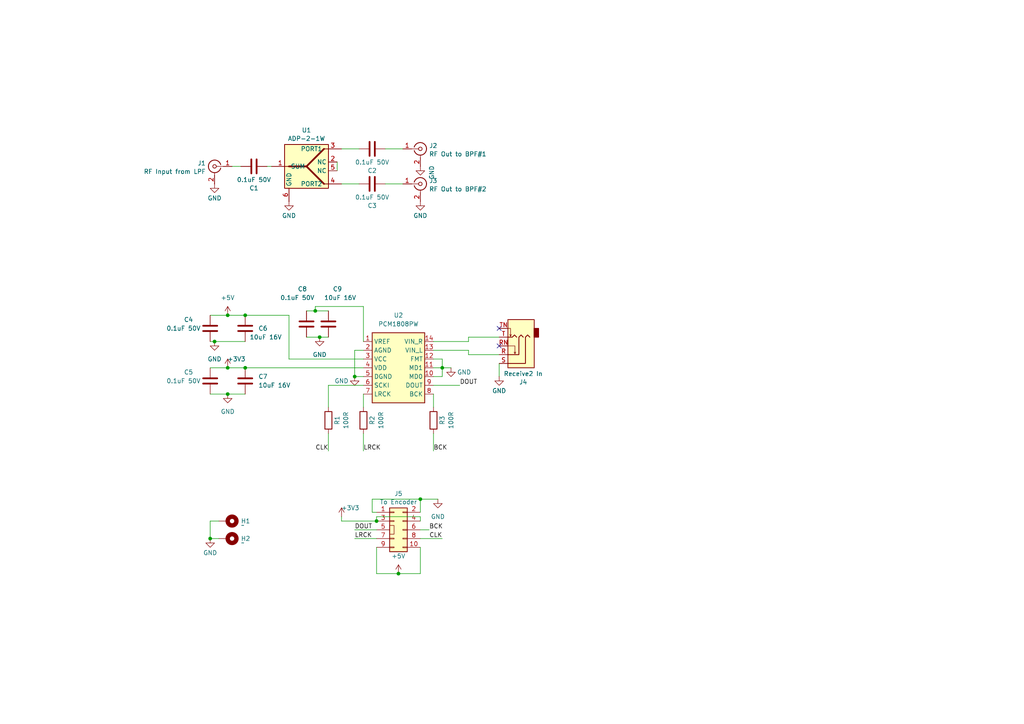
<source format=kicad_sch>
(kicad_sch (version 20231120) (generator "eeschema") (generator_version "8.0")
  (paper "A4")
  (title_block (title "T41 Second Receiver Adapter Board") (date "2024-04-14") (rev "V012.6") (comment 1 "       Board layout by Oliver King-KI3P") (comment 2 "By Al Peter-AD8GY, updated by WJ Schmidt-K9HZ"))
  (lib_symbols
    (symbol "Connector:Conn_Coaxial" (pin_names (offset 1.016) hide)
      (property "Reference" "J" (at 0.254 3.048 0))
      (property "Value" "Conn_Coaxial" (at 2.921 0 90))
      (symbol "Conn_Coaxial_0_1"
        (arc (start -1.778 -0.508) (mid 0.2311 -1.8066) (end 1.778 0) (stroke (width 0.254)))
        (polyline (pts (xy -2.54 0) (xy -0.508 0)))
        (polyline (pts (xy 0 -2.54) (xy 0 -1.778)))
        (circle (center 0 0) (radius 0.508) (stroke (width 0.2032)))
        (arc (start 1.778 0) (mid 0.2099 1.8101) (end -1.778 0.508) (stroke (width 0.254)))
      )
      (symbol "Conn_Coaxial_1_1"
        (pin passive line (at -5.08 0 0) (length 2.54) (name "In") (number "1"))
        (pin passive line (at 0 -5.08 90) (length 2.54) (name "Ext") (number "2"))
      )
    )
    (symbol "Connector_Audio:AudioJack3_SwitchTR"
      (property "Reference" "J" (at 0 8.89 0))
      (property "Value" "AudioJack3_SwitchTR" (at 0 6.35 0))
      (symbol "AudioJack3_SwitchTR_0_1"
        (rectangle (start -5.08 -5.08) (end -6.35 -7.62) (stroke (width 0.254)) (fill (type outline)))
        (polyline (pts (xy 0.508 -0.254) (xy 0.762 -0.762)))
        (polyline (pts (xy 1.778 -5.334) (xy 2.032 -5.842)))
        (polyline (pts (xy 0 -5.08) (xy 0.635 -5.715) (xy 1.27 -5.08) (xy 2.54 -5.08)) (stroke (width 0.254)))
        (polyline (pts (xy 2.54 -7.62) (xy 1.778 -7.62) (xy 1.778 -5.334) (xy 1.524 -5.842)))
        (polyline (pts (xy 2.54 -2.54) (xy 0.508 -2.54) (xy 0.508 -0.254) (xy 0.254 -0.762)))
        (polyline (pts (xy -1.905 -5.08) (xy -1.27 -5.715) (xy -0.635 -5.08) (xy -0.635 0) (xy 2.54 0)) (stroke (width 0.254)))
        (polyline (pts (xy 2.54 2.54) (xy -2.54 2.54) (xy -2.54 -5.08) (xy -3.175 -5.715) (xy -3.81 -5.08)) (stroke (width 0.254)))
        (rectangle (start 2.54 3.81) (end -5.08 -10.16) (stroke (width 0.254)) (fill (type background)))
      )
      (symbol "AudioJack3_SwitchTR_1_1"
        (pin passive line (at 5.08 0 180) (length 2.54) (name "~") (number "R"))
        (pin passive line (at 5.08 -2.54 180) (length 2.54) (name "~") (number "RN"))
        (pin passive line (at 5.08 2.54 180) (length 2.54) (name "~") (number "S"))
        (pin passive line (at 5.08 -5.08 180) (length 2.54) (name "~") (number "T"))
        (pin passive line (at 5.08 -7.62 180) (length 2.54) (name "~") (number "TN"))
      )
    )
    (symbol "Device:C" (pin_numbers hide) (pin_names (offset 0.254))
      (property "Reference" "C" (at 0.635 2.54 0))
      (property "Value" "C" (at 0.635 -2.54 0))
      (symbol "C_0_1"
        (polyline (pts (xy -2.032 -0.762) (xy 2.032 -0.762)) (stroke (width 0.508)))
        (polyline (pts (xy -2.032 0.762) (xy 2.032 0.762)) (stroke (width 0.508)))
      )
      (symbol "C_1_1"
        (pin passive line (at 0 3.81 270) (length 2.794) (name "~") (number "1"))
        (pin passive line (at 0 -3.81 90) (length 2.794) (name "~") (number "2"))
      )
    )
    (symbol "Device:R" (pin_numbers hide) (pin_names (offset 0))
      (property "Reference" "R" (at 2.032 0 90))
      (property "Value" "R" (at 0 0 90))
      (symbol "R_0_1"
        (rectangle (start -1.016 -2.54) (end 1.016 2.54) (stroke (width 0.254)))
      )
      (symbol "R_1_1"
        (pin passive line (at 0 3.81 270) (length 1.27) (name "~") (number "1"))
        (pin passive line (at 0 -3.81 90) (length 1.27) (name "~") (number "2"))
      )
    )
    (symbol "Mechanical:MountingHole_Pad" (pin_numbers hide) (pin_names (offset 1.016) hide)
      (property "Reference" "H" (at 0 6.35 0))
      (property "Value" "MountingHole_Pad" (at 0 4.445 0))
      (symbol "MountingHole_Pad_0_1"
        (circle (center 0 1.27) (radius 1.27) (stroke (width 1.27)))
      )
      (symbol "MountingHole_Pad_1_1"
        (pin input line (at 0 -2.54 90) (length 2.54) (name "1") (number "1"))
      )
    )
    (symbol "RF:ADP-2-1W"
      (property "Reference" "U1" (at 0 10.4945 0))
      (property "Value" "ADP-2-1W" (at 0 8.0702 0))
      (symbol "ADP-2-1W_0_1"
        (rectangle (start -6.35 6.35) (end 6.35 -6.35) (stroke (width 0.254)) (fill (type background)))
        (polyline (pts (xy 0 0) (xy 5.08 -5.08)) (stroke (width 0.508)))
        (polyline (pts (xy -5.08 0) (xy 0 0) (xy 5.08 5.08)) (stroke (width 0.508)))
      )
      (symbol "ADP-2-1W_1_1"
        (pin passive line (at -10.16 0 0) (length 5.08) (name "SUM") (number "1"))
        (pin passive line (at 8.89 1.27 180) (length 2.54) (name "NC") (number "2"))
        (pin passive line (at 10.16 5.08 180) (length 5.08) (name "PORT1") (number "3"))
        (pin passive line (at 10.16 -5.08 180) (length 5.08) (name "PORT2") (number "4"))
        (pin passive line (at 8.89 -1.27 180) (length 2.54) (name "NC") (number "5"))
        (pin passive line (at -5.08 -10.16 90) (length 3.81) (name "GND") (number "6"))
      )
    )
    (symbol "T41:PCM1808PW"
      (property "Reference" "U" (at 0 13.97 0))
      (property "Value" "PCM1808PW" (at 0 11.43 0))
      (symbol "PCM1808PW_0_1"
        (rectangle (start -7.62 10.16) (end 7.62 -10.16) (stroke (width 0.254)) (fill (type background)))
      )
      (symbol "PCM1808PW_1_1"
        (pin input line (at -10.16 7.62 0) (length 2.54) (name "VREF") (number "1"))
        (pin input line (at 10.16 -2.54 180) (length 2.54) (name "MD0") (number "10"))
        (pin input line (at 10.16 0 180) (length 2.54) (name "MD1") (number "11"))
        (pin input line (at 10.16 2.54 180) (length 2.54) (name "FMT") (number "12"))
        (pin input line (at 10.16 5.08 180) (length 2.54) (name "VIN_L") (number "13"))
        (pin input line (at 10.16 7.62 180) (length 2.54) (name "VIN_R") (number "14"))
        (pin power_in line (at -10.16 5.08 0) (length 2.54) (name "AGND") (number "2"))
        (pin power_in line (at -10.16 2.54 0) (length 2.54) (name "VCC") (number "3"))
        (pin power_in line (at -10.16 0 0) (length 2.54) (name "VDD") (number "4"))
        (pin power_in line (at -10.16 -2.54 0) (length 2.54) (name "DGND") (number "5"))
        (pin input line (at -10.16 -5.08 0) (length 2.54) (name "SCKI") (number "6"))
        (pin bidirectional line (at -10.16 -7.62 0) (length 2.54) (name "LRCK") (number "7"))
        (pin bidirectional line (at 10.16 -7.62 180) (length 2.54) (name "BCK") (number "8"))
        (pin output line (at 10.16 -5.08 180) (length 2.54) (name "DOUT") (number "9"))
      )
    )
    (symbol "T41_Library:IDC_2x5" (pin_names (offset 1.016) hide)
      (property "Reference" "J" (at 1.27 7.62 0))
      (property "Value" "IDC_2x5" (at 1.27 -7.62 0))
      (symbol "IDC_2x5_1_1"
        (rectangle (start -1.27 -4.953) (end 0 -5.207) (stroke (width 0.1524)))
        (rectangle (start -1.27 -2.413) (end 0 -2.667) (stroke (width 0.1524)))
        (rectangle (start -1.27 1.27) (end 0 -1.27) (stroke (width 0.1524)))
        (rectangle (start -1.27 2.667) (end 0 2.413) (stroke (width 0.1524)))
        (rectangle (start -1.27 5.207) (end 0 4.953) (stroke (width 0.1524)))
        (rectangle (start -1.27 6.35) (end 3.81 -6.35) (stroke (width 0.254)) (fill (type background)))
        (rectangle (start 3.81 -4.953) (end 2.54 -5.207) (stroke (width 0.1524)))
        (rectangle (start 3.81 -2.413) (end 2.54 -2.667) (stroke (width 0.1524)))
        (rectangle (start 3.81 0.127) (end 2.54 -0.127) (stroke (width 0.1524)))
        (rectangle (start 3.81 2.667) (end 2.54 2.413) (stroke (width 0.1524)))
        (rectangle (start 3.81 5.207) (end 2.54 4.953) (stroke (width 0.1524)))
        (pin passive line (at -5.08 5.08 0) (length 3.81) (name "Pin_1") (number "1"))
        (pin passive line (at 7.62 -5.08 180) (length 3.81) (name "Pin_10") (number "10"))
        (pin passive line (at 7.62 5.08 180) (length 3.81) (name "Pin_2") (number "2"))
        (pin passive line (at -5.08 2.54 0) (length 3.81) (name "Pin_3") (number "3"))
        (pin passive line (at 7.62 2.54 180) (length 3.81) (name "Pin_4") (number "4"))
        (pin passive line (at -5.08 0 0) (length 3.81) (name "Pin_5") (number "5"))
        (pin passive line (at 7.62 0 180) (length 3.81) (name "Pin_6") (number "6"))
        (pin passive line (at -5.08 -2.54 0) (length 3.81) (name "Pin_7") (number "7"))
        (pin passive line (at 7.62 -2.54 180) (length 3.81) (name "Pin_8") (number "8"))
        (pin passive line (at -5.08 -5.08 0) (length 3.81) (name "Pin_9") (number "9"))
      )
    )
    (symbol "power:+3V3" (power) (pin_names (offset 0))
      (property "Value" "+3V3" (at 0 3.556 0))
      (symbol "+3V3_0_1"
        (polyline (pts (xy -0.762 1.27) (xy 0 2.54)))
        (polyline (pts (xy 0 0) (xy 0 2.54)))
        (polyline (pts (xy 0 2.54) (xy 0.762 1.27)))
      )
      (symbol "+3V3_1_1"
        (pin power_in line (at 0 0 90) (length 0) hide (name "+3V3") (number "1"))
      )
    )
    (symbol "power:+5V" (power) (pin_names (offset 0))
      (property "Value" "+5V" (at 0 3.556 0))
      (symbol "+5V_0_1"
        (polyline (pts (xy -0.762 1.27) (xy 0 2.54)))
        (polyline (pts (xy 0 0) (xy 0 2.54)))
        (polyline (pts (xy 0 2.54) (xy 0.762 1.27)))
      )
      (symbol "+5V_1_1"
        (pin power_in line (at 0 0 90) (length 0) hide (name "+5V") (number "1"))
      )
    )
    (symbol "power:GND" (power) (pin_numbers hide) (pin_names (offset 0) hide)
      (property "Value" "GND" (at 0 -3.81 0))
      (symbol "GND_0_1"
        (polyline (pts (xy 0 0) (xy 0 -1.27) (xy 1.27 -1.27) (xy 0 -2.54) (xy -1.27 -1.27) (xy 0 -1.27)))
      )
      (symbol "GND_1_1"
        (pin power_in line (at 0 0 270) (length 0) (name "~") (number "1"))
      )
    )
  )
  (junction (at 121.92 144.78))
  (junction (at 71.12 106.68))
  (junction (at 115.57 166.37))
  (junction (at 128.27 106.68))
  (junction (at 60.96 156.21))
  (junction (at 91.44 90.17))
  (junction (at 66.04 114.3))
  (junction (at 102.87 109.22))
  (junction (at 71.12 91.44))
  (junction (at 66.04 106.68))
  (junction (at 62.23 99.06))
  (junction (at 109.22 151.13))
  (junction (at 66.04 91.44))
  (junction (at 92.71 97.79))
  (no_connect (at 144.78 100.33))
  (no_connect (at 144.78 95.25))
  (wire (pts (xy 121.92 144.78) (xy 127 144.78)))
  (wire (pts (xy 102.87 101.6) (xy 102.87 109.22)))
  (wire (pts (xy 125.73 125.73) (xy 125.73 130.81)))
  (wire (pts (xy 135.89 102.87) (xy 135.89 101.6)))
  (wire (pts (xy 107.95 144.78) (xy 121.92 144.78)))
  (wire (pts (xy 60.96 156.21) (xy 63.5 156.21)))
  (wire (pts (xy 60.96 114.3) (xy 66.04 114.3)))
  (wire (pts (xy 60.96 106.68) (xy 66.04 106.68)))
  (wire (pts (xy 124.46 153.67) (xy 121.92 153.67)))
  (wire (pts (xy 105.41 114.3) (xy 105.41 118.11)))
  (wire (pts (xy 91.44 90.17) (xy 95.25 90.17)))
  (wire (pts (xy 135.89 97.79) (xy 144.78 97.79)))
  (wire (pts (xy 95.25 111.76) (xy 105.41 111.76)))
  (wire (pts (xy 111.76 43.18) (xy 116.84 43.18)))
  (wire (pts (xy 111.76 53.34) (xy 116.84 53.34)))
  (wire (pts (xy 125.73 104.14) (xy 128.27 104.14)))
  (wire (pts (xy 66.04 91.44) (xy 71.12 91.44)))
  (wire (pts (xy 102.87 156.21) (xy 109.22 156.21)))
  (wire (pts (xy 71.12 91.44) (xy 83.82 91.44)))
  (wire (pts (xy 60.96 99.06) (xy 62.23 99.06)))
  (wire (pts (xy 105.41 99.06) (xy 105.41 88.9)))
  (wire (pts (xy 95.25 130.81) (xy 95.25 125.73)))
  (wire (pts (xy 109.22 166.37) (xy 115.57 166.37)))
  (wire (pts (xy 66.04 114.3) (xy 71.12 114.3)))
  (wire (pts (xy 121.92 158.75) (xy 121.92 166.37)))
  (wire (pts (xy 92.71 97.79) (xy 95.25 97.79)))
  (wire (pts (xy 60.96 91.44) (xy 66.04 91.44)))
  (wire (pts (xy 109.22 158.75) (xy 109.22 166.37)))
  (wire (pts (xy 125.73 101.6) (xy 135.89 101.6)))
  (wire (pts (xy 99.06 43.18) (xy 104.14 43.18)))
  (wire (pts (xy 121.92 151.13) (xy 121.92 149.86)))
  (wire (pts (xy 135.89 99.06) (xy 125.73 99.06)))
  (wire (pts (xy 71.12 106.68) (xy 105.41 106.68)))
  (wire (pts (xy 109.22 149.86) (xy 109.22 151.13)))
  (wire (pts (xy 102.87 109.22) (xy 105.41 109.22)))
  (wire (pts (xy 83.82 91.44) (xy 83.82 104.14)))
  (wire (pts (xy 97.79 46.99) (xy 97.79 49.53)))
  (wire (pts (xy 125.73 111.76) (xy 133.35 111.76)))
  (wire (pts (xy 107.95 148.59) (xy 107.95 144.78)))
  (wire (pts (xy 88.9 90.17) (xy 91.44 90.17)))
  (wire (pts (xy 99.06 53.34) (xy 104.14 53.34)))
  (wire (pts (xy 62.23 99.06) (xy 71.12 99.06)))
  (wire (pts (xy 128.27 109.22) (xy 125.73 109.22)))
  (wire (pts (xy 135.89 97.79) (xy 135.89 99.06)))
  (wire (pts (xy 60.96 151.13) (xy 63.5 151.13)))
  (wire (pts (xy 121.92 144.78) (xy 121.92 148.59)))
  (wire (pts (xy 60.96 151.13) (xy 60.96 156.21)))
  (wire (pts (xy 88.9 97.79) (xy 92.71 97.79)))
  (wire (pts (xy 105.41 125.73) (xy 105.41 130.81)))
  (wire (pts (xy 125.73 114.3) (xy 125.73 118.11)))
  (wire (pts (xy 66.04 106.68) (xy 71.12 106.68)))
  (wire (pts (xy 67.31 48.26) (xy 69.85 48.26)))
  (wire (pts (xy 121.92 166.37) (xy 115.57 166.37)))
  (wire (pts (xy 99.06 149.86) (xy 99.06 151.13)))
  (wire (pts (xy 109.22 148.59) (xy 107.95 148.59)))
  (wire (pts (xy 102.87 153.67) (xy 109.22 153.67)))
  (wire (pts (xy 99.06 151.13) (xy 109.22 151.13)))
  (wire (pts (xy 95.25 118.11) (xy 95.25 111.76)))
  (wire (pts (xy 128.27 106.68) (xy 128.27 109.22)))
  (wire (pts (xy 128.27 106.68) (xy 130.81 106.68)))
  (wire (pts (xy 77.47 48.26) (xy 78.74 48.26)))
  (wire (pts (xy 144.78 105.41) (xy 144.78 109.22)))
  (wire (pts (xy 83.82 104.14) (xy 105.41 104.14)))
  (wire (pts (xy 128.27 156.21) (xy 121.92 156.21)))
  (wire (pts (xy 102.87 101.6) (xy 105.41 101.6)))
  (wire (pts (xy 135.89 102.87) (xy 144.78 102.87)))
  (wire (pts (xy 125.73 106.68) (xy 128.27 106.68)))
  (wire (pts (xy 105.41 88.9) (xy 91.44 88.9)))
  (wire (pts (xy 121.92 149.86) (xy 109.22 149.86)))
  (wire (pts (xy 128.27 104.14) (xy 128.27 106.68)))
  (wire (pts (xy 91.44 88.9) (xy 91.44 90.17)))
  (label "BCK" (at 125.73 130.81 0))
  (label "LRCK" (at 102.87 156.21 0))
  (label "CLK" (at 128.27 156.21 180))
  (label "BCK" (at 124.46 153.67 0))
  (label "LRCK" (at 105.41 130.81 0))
  (label "CLK" (at 95.25 130.81 180))
  (label "DOUT" (at 133.35 111.76 0))
  (label "DOUT" (at 102.87 153.67 0))
  (symbol (lib_id "Device:R") (at 125.73 121.92 180) (unit 1)
    (property "Reference" "R3" (at 128.27 121.92 90))
    (property "Value" "100R" (at 130.81 121.92 90))
    (property "Footprint" "Resistor_SMD:R_1206_3216Metric" (effects (hide yes)))
    (property "Mouser" "652-CR1206FX-1000ELF" (effects (hide yes)))
  )
  (symbol (lib_id "Device:C") (at 71.12 110.49 0) (unit 1)
    (property "Reference" "C7" (at 74.93 109.22 0) (effects (justify left)))
    (property "Value" "10uF 16V" (at 74.93 111.76 0) (effects (justify left)))
    (property "Footprint" "Capacitor_SMD:C_1206_3216Metric" (effects (hide yes)))
    (property "Mouser" "80-C1206C106K4P" (effects (hide yes)))
  )
  (symbol (lib_id "Device:C") (at 107.95 53.34 90) (mirror x) (unit 1)
    (property "Reference" "C3" (at 107.95 59.6433 90))
    (property "Value" "0.1uF 50V" (at 107.95 57.2191 90))
    (property "Footprint" "Capacitor_SMD:C_1206_3216Metric" (effects (hide yes)))
  )
  (symbol (lib_id "Connector:Conn_Coaxial") (at 121.92 53.34 0) (unit 1)
    (property "Reference" "J3" (at 124.4601 52.4211 0) (effects (justify left)))
    (property "Value" "RF Out to BPF#2" (at 124.4601 54.8453 0) (effects (justify left)))
    (property "Footprint" "Connector_Coaxial:SMA_Amphenol_901-144_Vertical" (effects (hide yes)))
    (property "Datasheet" " ~" (effects (hide yes)))
    (property "Mouser Part Number" "712-CONSMA001-G" (effects (hide yes)))
  )
  (symbol (lib_id "power:GND") (at 83.82 58.42 0) (unit 1)
    (property "Reference" "#PWR02" (effects (hide yes)))
    (property "Value" "GND" (at 83.82 62.5531 0))
    (property "Description" "Power symbol creates a global label with name \"GND\" , ground" (effects (hide yes)))
  )
  (symbol (lib_id "power:+3V3") (at 99.06 149.86 0) (unit 1)
    (property "Reference" "#PWR014" (effects (hide yes)))
    (property "Value" "+3V3" (at 101.6 147.32 0))
  )
  (symbol (lib_id "power:GND") (at 62.23 53.34 0) (unit 1)
    (property "Reference" "#PWR01" (effects (hide yes)))
    (property "Value" "GND" (at 62.23 57.4731 0))
    (property "Description" "Power symbol creates a global label with name \"GND\" , ground" (effects (hide yes)))
  )
  (symbol (lib_id "power:GND") (at 144.78 109.22 0) (unit 1)
    (property "Reference" "#PWR012" (effects (hide yes)))
    (property "Value" "GND" (at 144.78 113.3531 0))
    (property "Description" "Power symbol creates a global label with name \"GND\" , ground" (effects (hide yes)))
  )
  (symbol (lib_id "power:GND") (at 102.87 109.22 0) (unit 1)
    (property "Reference" "#PWR010" (effects (hide yes)))
    (property "Value" "GND" (at 99.06 110.49 0))
  )
  (symbol (lib_id "Connector:Conn_Coaxial") (at 62.23 48.26 0) (mirror y) (unit 1)
    (property "Reference" "J1" (at 59.6899 47.3411 0) (effects (justify left)))
    (property "Value" "RF Input from LPF" (at 59.6899 49.7653 0) (effects (justify left)))
    (property "Footprint" "Connector_Coaxial:SMA_Amphenol_901-144_Vertical" (effects (hide yes)))
    (property "Datasheet" " ~" (effects (hide yes)))
    (property "Mouser Part Number" "712-CONSMA001-G" (effects (hide yes)))
  )
  (symbol (lib_id "T41:PCM1808PW") (at 115.57 106.68 0) (unit 1)
    (property "Reference" "U2" (at 115.57 91.44 0))
    (property "Value" "PCM1808PW" (at 115.57 93.98 0))
    (property "Footprint" "Package_SO:TSSOP-14_4.4x5mm_P0.65mm" (effects (hide yes)))
    (property "Datasheet" "https://www.ti.com/lit/ds/symlink/pcm1808.pdf" (effects (hide yes)))
    (property "Mouser" "595-PCM1808PW" (effects (hide yes)))
  )
  (symbol (lib_id "power:GND") (at 121.92 48.26 0) (unit 1)
    (property "Reference" "#PWR04" (effects (hide yes)))
    (property "Value" "GND" (at 125.222 50.038 90))
    (property "Description" "Power symbol creates a global label with name \"GND\" , ground" (effects (hide yes)))
  )
  (symbol (lib_id "power:GND") (at 130.81 106.68 0) (unit 1)
    (property "Reference" "#PWR011" (effects (hide yes)))
    (property "Value" "GND" (at 134.62 107.95 0))
  )
  (symbol (lib_id "T41_Library:IDC_2x5") (at 114.3 153.67 0) (unit 1)
    (property "Reference" "J5" (at 115.57 143.1755 0))
    (property "Value" "To Encoder" (at 115.57 145.5998 0))
    (property "Footprint" "Connector_IDC:IDC-Header_2x05_P2.54mm_Vertical" (effects (hide yes)))
  )
  (symbol (lib_id "Device:C") (at 71.12 95.25 0) (unit 1)
    (property "Reference" "C6" (at 74.93 95.25 0) (effects (justify left)))
    (property "Value" "10uF 16V" (at 72.39 97.79 0) (effects (justify left)))
    (property "Footprint" "Capacitor_SMD:C_1206_3216Metric" (effects (hide yes)))
    (property "Mouser" "80-C1206C106K4P" (effects (hide yes)))
  )
  (symbol (lib_id "Device:C") (at 73.66 48.26 90) (mirror x) (unit 1)
    (property "Reference" "C1" (at 73.66 54.5633 90))
    (property "Value" "0.1uF 50V" (at 73.66 52.1391 90))
    (property "Footprint" "Capacitor_SMD:C_1206_3216Metric" (effects (hide yes)))
  )
  (symbol (lib_id "Connector_Audio:AudioJack3_SwitchTR") (at 149.86 102.87 180) (unit 1)
    (property "Reference" "J4" (at 151.765 110.8243 0))
    (property "Value" "Receive2 In" (at 151.765 108.4001 0))
    (property "Footprint" "T41_Library:Jack_3.5mm_STX-3081_Horizontal" (effects (hide yes)))
  )
  (symbol (lib_id "Device:C") (at 60.96 95.25 0) (unit 1)
    (property "Reference" "C4" (at 53.34 92.71 0) (effects (justify left)))
    (property "Value" "0.1uF 50V" (at 48.26 95.25 0) (effects (justify left)))
    (property "Footprint" "Capacitor_SMD:C_1206_3216Metric" (effects (hide yes)))
    (property "Mouser" "C1206C104K5RACTU" (effects (hide yes)))
  )
  (symbol (lib_id "Connector:Conn_Coaxial") (at 121.92 43.18 0) (unit 1)
    (property "Reference" "J2" (at 124.4601 42.2611 0) (effects (justify left)))
    (property "Value" "RF Out to BPF#1" (at 124.4601 44.6853 0) (effects (justify left)))
    (property "Footprint" "Connector_Coaxial:SMA_Amphenol_901-144_Vertical" (effects (hide yes)))
    (property "Datasheet" " ~" (effects (hide yes)))
    (property "Mouser Part Number" "712-CONSMA001-G" (effects (hide yes)))
  )
  (symbol (lib_id "Device:C") (at 107.95 43.18 90) (mirror x) (unit 1)
    (property "Reference" "C2" (at 107.95 49.4833 90))
    (property "Value" "0.1uF 50V" (at 107.95 47.0591 90))
    (property "Footprint" "Capacitor_SMD:C_1206_3216Metric" (effects (hide yes)))
  )
  (symbol (lib_id "Device:R") (at 95.25 121.92 180) (unit 1)
    (property "Reference" "R1" (at 97.79 121.92 90))
    (property "Value" "100R" (at 100.33 121.92 90))
    (property "Footprint" "Resistor_SMD:R_1206_3216Metric" (effects (hide yes)))
    (property "Mouser" "652-CR1206FX-1000ELF" (effects (hide yes)))
  )
  (symbol (lib_id "power:GND") (at 92.71 97.79 0) (unit 1)
    (property "Reference" "#PWR09" (effects (hide yes)))
    (property "Value" "GND" (at 92.71 102.87 0))
  )
  (symbol (lib_id "power:GND") (at 60.96 156.21 0) (unit 1)
    (property "Reference" "#PWR016" (effects (hide yes)))
    (property "Value" "GND" (at 60.96 160.3431 0))
  )
  (symbol (lib_id "power:+3V3") (at 66.04 106.68 0) (unit 1)
    (property "Reference" "#PWR07" (effects (hide yes)))
    (property "Value" "+3V3" (at 68.58 104.14 0))
  )
  (symbol (lib_id "power:+5V") (at 115.57 166.37 0) (unit 1)
    (property "Reference" "#PWR013" (effects (hide yes)))
    (property "Value" "+5V" (at 115.57 161.29 0))
  )
  (symbol (lib_id "Device:C") (at 95.25 93.98 0) (unit 1)
    (property "Reference" "C9" (at 96.52 83.82 0) (effects (justify left)))
    (property "Value" "10uF 16V" (at 93.98 86.36 0) (effects (justify left)))
    (property "Footprint" "Capacitor_SMD:C_1206_3216Metric" (effects (hide yes)))
    (property "Mouser" "80-C1206C106K4P" (effects (hide yes)))
  )
  (symbol (lib_id "power:+5V") (at 66.04 91.44 0) (unit 1)
    (property "Reference" "#PWR06" (effects (hide yes)))
    (property "Value" "+5V" (at 66.04 86.36 0))
  )
  (symbol (lib_id "Mechanical:MountingHole_Pad") (at 66.04 151.13 270) (unit 1) (in_bom no)
    (property "Reference" "H1" (at 69.85 151.13 90) (effects (justify left)))
    (property "Value" "~" (at 69.85 152.3421 90) (effects (justify left)))
    (property "Footprint" "MountingHole:MountingHole_4.3mm_M4_DIN965_Pad" (effects (hide yes)))
  )
  (symbol (lib_id "power:GND") (at 121.92 58.42 0) (unit 1)
    (property "Reference" "#PWR03" (effects (hide yes)))
    (property "Value" "GND" (at 121.92 62.5531 0))
    (property "Description" "Power symbol creates a global label with name \"GND\" , ground" (effects (hide yes)))
  )
  (symbol (lib_id "power:GND") (at 66.04 114.3 0) (unit 1)
    (property "Reference" "#PWR08" (effects (hide yes)))
    (property "Value" "GND" (at 66.04 119.38 0))
  )
  (symbol (lib_id "power:GND") (at 62.23 99.06 0) (unit 1)
    (property "Reference" "#PWR05" (effects (hide yes)))
    (property "Value" "GND" (at 62.23 104.14 0))
  )
  (symbol (lib_id "power:GND") (at 127 144.78 0) (unit 1)
    (property "Reference" "#PWR015" (effects (hide yes)))
    (property "Value" "GND" (at 127 149.86 0))
  )
  (symbol (lib_id "RF:ADP-2-1W") (at 88.9 48.26 0) (unit 1)
    (property "Reference" "U1" (at 88.9 37.7655 0))
    (property "Value" "ADP-2-1W" (at 88.9 40.1898 0))
    (property "Footprint" "RF_Mini-Circuits:Mini-Circuits_CD636_H4.11mm" (effects (hide yes)))
    (property "Datasheet" "https://www.minicircuits.com/pdfs/ADP-2-1W.pdf" (effects (hide yes)))
    (property "Description" "Power splitter combiner, 1 to 650 MHz, 2 way 0-degree, 50 ohm, Mini-Circuits CD636" (effects (hide yes)))
  )
  (symbol (lib_id "Mechanical:MountingHole_Pad") (at 66.04 156.21 270) (unit 1) (in_bom no)
    (property "Reference" "H2" (at 69.85 156.21 90) (effects (justify left)))
    (property "Value" "~" (at 69.85 157.4221 90) (effects (justify left)))
    (property "Footprint" "MountingHole:MountingHole_4.3mm_M4_DIN965_Pad" (effects (hide yes)))
  )
  (symbol (lib_id "Device:R") (at 105.41 121.92 180) (unit 1)
    (property "Reference" "R2" (at 107.95 121.92 90))
    (property "Value" "100R" (at 110.49 121.92 90))
    (property "Footprint" "Resistor_SMD:R_1206_3216Metric" (effects (hide yes)))
    (property "Mouser" "652-CR1206FX-1000ELF" (effects (hide yes)))
  )
  (symbol (lib_id "Device:C") (at 60.96 110.49 0) (unit 1)
    (property "Reference" "C5" (at 53.34 107.95 0) (effects (justify left)))
    (property "Value" "0.1uF 50V" (at 48.26 110.49 0) (effects (justify left)))
    (property "Footprint" "Capacitor_SMD:C_1206_3216Metric" (effects (hide yes)))
    (property "Mouser" "C1206C104K5RACTU" (effects (hide yes)))
  )
  (symbol (lib_id "Device:C") (at 88.9 93.98 0) (unit 1)
    (property "Reference" "C8" (at 86.36 83.82 0) (effects (justify left)))
    (property "Value" "0.1uF 50V" (at 81.28 86.36 0) (effects (justify left)))
    (property "Footprint" "Capacitor_SMD:C_1206_3216Metric" (effects (hide yes)))
    (property "Mouser" "C1206C104K5RACTU" (effects (hide yes)))
  )
)
</source>
